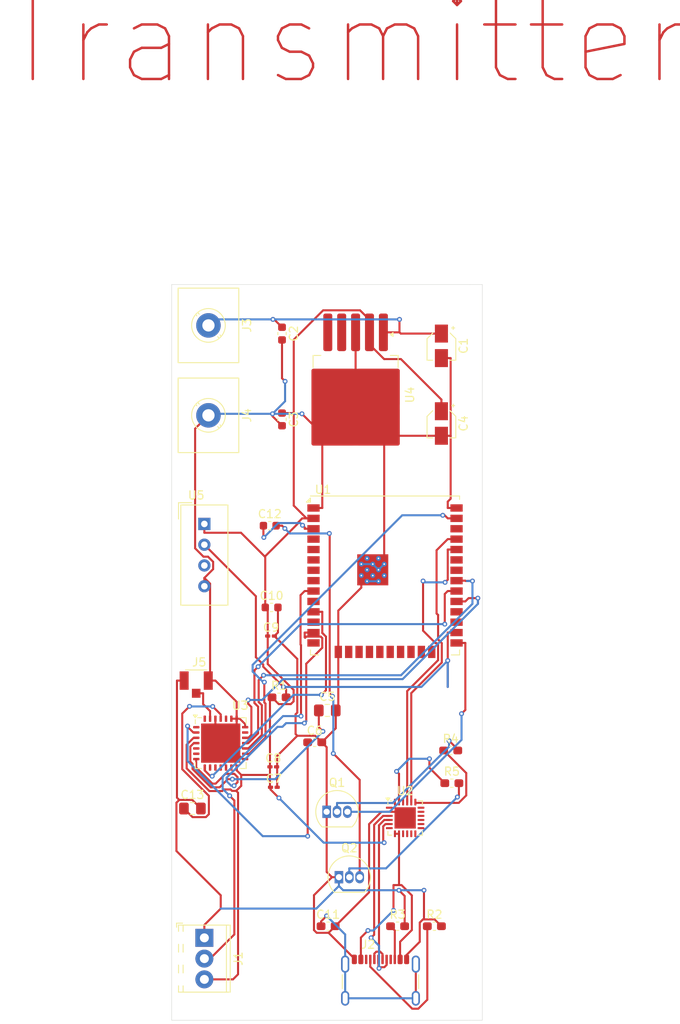
<source format=kicad_pcb>
(kicad_pcb (version 20240108) (generator "pcbnew") (generator_version "8.0")
  (layers (0 "F.Cu" signal) (31 "B.Cu" signal) (34 "B.Paste" user) (35 "F.Paste" user) (36 "B.SilkS" user "B.Silkscreen") (37 "F.SilkS" user "F.Silkscreen") (38 "B.Mask" user) (39 "F.Mask" user) (44 "Edge.Cuts" user))
  (net 0 "")
  (net 1 "GND")
  (net 2 "+12V")
  (net 3 "Net-(J1-Pin_3)")
  (net 4 "Net-(U3-VR_DIG)")
  (net 5 "Net-(U3-VR_ANA)")
  (net 6 "Net-(J2-SHIELD)")
  (net 7 "Net-(U1-EN)")
  (net 8 "Net-(Q2-C)")
  (net 9 "Net-(U3-VR_PA)")
  (net 10 "Net-(J1-Pin_2)")
  (net 11 "Net-(U2-VBUS)")
  (net 14 "Net-(U2-D+)")
  (net 15 "Net-(U2-D-)")
  (net 16 "Net-(J2-CC1)")
  (net 17 "Net-(J2-CC2)")
  (net 18 "Net-(Q1-C)")
  (net 19 "Net-(Q1-B)")
  (net 20 "Net-(Q2-B)")
  (net 21 "Net-(U1-IO4)")
  (net 22 "Net-(U2-~{RTS})")
  (net 23 "Net-(U2-~{DTR})")
  (net 26 "Net-(U1-IO26)")
  (net 28 "Net-(U1-TXD0{slash}IO1)")
  (net 32 "Net-(U1-IO18)")
  (net 34 "Net-(U1-IO14)")
  (net 36 "Net-(U1-IO5)")
  (net 38 "Net-(U1-RXD0{slash}IO3)")
  (net 47 "Net-(U1-IO19)")
  (net 51 "Net-(U1-IO23)")
  (net 82 "Net-(J5-SIG)")
  (footprint "TerminalBlock_Phoenix:TerminalBlock_Phoenix_MPT-0,5-3-2.54_1x03_P2.54mm_Horizontal" (layer "F.Cu") (at 138 130.826 -90)
    (property "Reference" "J1")
    (property "Value" "Screw_Terminal_01x03" (hide yes))
  )
  (footprint "TerminalBlock_MetzConnect:TerminalBlock_MetzConnect_360271_1x01_Horizontal_ScrewM3.0_Boxed" (layer "F.Cu") (at 138.5 55.906 -90)
    (property "Reference" "J3")
    (property "Value" "Screw_Terminal_01x01" (hide yes))
  )
  (footprint "Package_DFN_QFN:QFN-28-1EP_6x6mm_P0.65mm_EP4.8x4.8mm" (layer "F.Cu") (at 140 107.006)
    (property "Reference" "U3")
    (property "Value" "SX1278")
  )
  (footprint "Capacitor_SMD:C_0603_1608Metric" (layer "F.Cu") (at 146 80.406)
    (property "Reference" "C12")
    (property "Value" "0.1uF" (hide yes))
  )
  (footprint "Capacitor_SMD:C_0603_1608Metric_Pad1.08x0.95mm_HandSolder" (layer "F.Cu") (at 151.5 106.906)
    (property "Reference" "C6")
    (property "Value" "1uF" (hide yes))
  )
  (footprint "TerminalBlock_MetzConnect:TerminalBlock_MetzConnect_360271_1x01_Horizontal_ScrewM3.0_Boxed" (layer "F.Cu") (at 138.5 66.906 -90)
    (property "Reference" "J4")
    (property "Value" "Screw_Terminal_01x01" (hide yes))
  )
  (footprint "Capacitor_SMD:C_0603_1608Metric" (layer "F.Cu") (at 146.225 90.406)
    (property "Reference" "C10")
    (property "Value" "0.1uF" (hide yes))
  )
  (footprint "Capacitor_SMD:C_0603_1608Metric" (layer "F.Cu") (at 147.5 56.906 -90)
    (property "Reference" "C2")
    (property "Value" "0.1uF" (hide yes))
  )
  (footprint "Capacitor_SMD:CP_Elec_3x5.3" (layer "F.Cu") (at 167 67.906 -90)
    (property "Reference" "C4")
    (property "Value" "100uF" (hide yes))
  )
  (footprint "Sensor:Aosong_DHT11_5.5x12.0_P2.54mm" (layer "F.Cu") (at 138 80.1935)
    (property "Reference" "U5")
    (property "Value" "DHT11" (hide yes))
  )
  (footprint "Capacitor_SMD:C_0603_1608Metric_Pad1.08x0.95mm_HandSolder" (layer "F.Cu") (at 153.1375 129.406)
    (property "Reference" "C11")
    (property "Value" "10nF" (hide yes))
  )
  (footprint "Capacitor_SMD:CP_Elec_3x5.3" (layer "F.Cu") (at 167 58.406 -90)
    (property "Reference" "C1")
    (property "Value" "100uF" (hide yes))
  )
  (footprint "Capacitor_SMD:C_0603_1608Metric_Pad1.08x0.95mm_HandSolder" (layer "F.Cu") (at 168.275 111.906)
    (property "Reference" "R5")
    (property "Value" "10kR" (hide yes))
  )
  (footprint "Capacitor_SMD:C_0805_2012Metric_Pad1.18x1.45mm_HandSolder" (layer "F.Cu") (at 153.0375 103.006)
    (property "Reference" "C5")
    (property "Value" "1uF" (hide yes))
  )
  (footprint "Capacitor_SMD:C_0805_2012Metric_Pad1.18x1.45mm_HandSolder" (layer "F.Cu") (at 136.5375 115.006)
    (property "Reference" "C13")
    (property "Value" "1uF")
  )
  (footprint "Package_TO_SOT_SMD:TO-263-5_TabPin3" (layer "F.Cu") (at 156.5 64.406 -90)
    (property "Reference" "U4")
    (property "Value" "LM2596S-3.3" (hide yes))
  )
  (footprint "Capacitor_SMD:C_0201_0603Metric_Pad0.64x0.40mm_HandSolder" (layer "F.Cu") (at 146.1575 93.906)
    (property "Reference" "C9")
    (property "Value" "10uF" (hide yes))
  )
  (footprint "Connector_USB:USB_C_Receptacle_GCT_USB4105-xx-A_16P_TopMnt_Horizontal" (layer "F.Cu") (at 159.5454 137.1448)
    (property "Reference" "J2")
    (property "Value" "USB_C_Receptacle_USB2.0_16P" (hide yes))
  )
  (footprint "Capacitor_SMD:C_0201_0603Metric_Pad0.64x0.40mm_HandSolder" (layer "F.Cu") (at 146.5 112.406)
    (property "Reference" "C7")
    (property "Value" "10uF" (hide yes))
  )
  (footprint "Capacitor_SMD:C_0603_1608Metric_Pad1.08x0.95mm_HandSolder" (layer "F.Cu") (at 161.6375 129.406)
    (property "Reference" "R3")
    (property "Value" "5.21kR" (hide yes))
  )
  (footprint "Capacitor_SMD:C_0201_0603Metric_Pad0.64x0.40mm_HandSolder" (layer "F.Cu") (at 146.4325 109.906)
    (property "Reference" "C8")
    (property "Value" "10uF" (hide yes))
  )
  (footprint "Capacitor_SMD:C_0603_1608Metric_Pad1.08x0.95mm_HandSolder" (layer "F.Cu") (at 168.1375 107.906)
    (property "Reference" "R4")
    (property "Value" "10kR" (hide yes))
  )
  (footprint "Package_DFN_QFN:QFN-24-1EP_4x4mm_P0.5mm_EP2.6x2.6mm" (layer "F.Cu") (at 162.5625 116.156)
    (property "Reference" "U2")
    (property "Value" "CP2102N-Axx-xQFN24" (hide yes))
  )
  (footprint "Package_TO_SOT_THT:TO-92_Inline" (layer "F.Cu") (at 152.96 115.406)
    (property "Reference" "Q1")
    (property "Value" "S8050" (hide yes))
  )
  (footprint "UFL CONNECTOR:HRS_U.FL-R-SMT_01_" (layer "F.Cu") (at 137 99.356)
    (property "Reference" "J5")
    (property "Value" "U.FL-R-SMT_01_" (hide yes))
  )
  (footprint "RF_Module:ESP32-WROOM-32U" (layer "F.Cu") (at 160.1 86.496)
    (property "Reference" "U1")
    (property "Value" "ESP32-WROOM-32U" (hide yes))
  )
  (footprint "Capacitor_SMD:C_0603_1608Metric_Pad1.08x0.95mm_HandSolder" (layer "F.Cu") (at 166.1375 129.406)
    (property "Reference" "R2")
    (property "Value" "5.21kR" (hide yes))
  )
  (footprint "Capacitor_SMD:C_0603_1608Metric_Pad1.08x0.95mm_HandSolder" (layer "F.Cu") (at 147.1375 101.406)
    (property "Reference" "R1")
    (property "Value" "10kR" (hide yes))
  )
  (footprint "Package_TO_SOT_THT:TO-92_Inline" (layer "F.Cu") (at 154.46 123.406)
    (property "Reference" "Q2")
    (property "Value" "S8050" (hide yes))
  )
  (footprint "Capacitor_SMD:C_0603_1608Metric" (layer "F.Cu") (at 147.5 67.406 -90)
    (property "Reference" "C3")
    (property "Value" "0.1uF" (hide yes))
  )
  (gr_line (start 172 50.906) (end 170.5 50.906) (stroke (width 0.05)) (layer "Edge.Cuts"))
  (gr_line (start 134 140.906) (end 169 140.906) (stroke (width 0.05)) (layer "Edge.Cuts"))
  (gr_line (start 134 50.906) (end 134 140.906) (stroke (width 0.05)) (layer "Edge.Cuts"))
  (gr_line (start 170.5 50.906) (end 134 50.906) (stroke (width 0.05)) (layer "Edge.Cuts"))
  (gr_line (start 170.5 140.906) (end 172 140.906) (stroke (width 0.05)) (layer "Edge.Cuts"))
  (gr_line (start 172 140.906) (end 172 50.906) (stroke (width 0.05)) (layer "Edge.Cuts"))
  (gr_line (start 169 140.906) (end 170.5 140.906) (stroke (width 0.05)) (layer "Edge.Cuts"))
  (gr_text "Transmitter" (at 113 27 0) (layer "F.Cu") (effects (font (size 10 10) (thickness 0.3) (bold yes)) (justify left bottom)))
  (segment (start 138 129.246) (end 140 127.246) (width 0.25) (layer "F.Cu") (net 1))
  (segment (start 138 86.7962) (end 138.0001 86.7962) (width 0.25) (layer "F.Cu") (net 1))
  (segment (start 158.6 85.106) (end 158.6 85.806) (width 0.25) (layer "F.Cu") (net 1))
  (segment (start 157.2 84.406) (end 157.2 85.106) (width 0.25) (layer "F.Cu") (net 1))
  (segment (start 162.7454 133.4648) (end 162.7454 132.9129) (width 0.25) (layer "F.Cu") (net 1))
  (segment (start 164.8649 128.57) (end 164.8649 125.0026) (width 0.25) (layer "F.Cu") (net 1))
  (segment (start 160.625 115.406) (end 159.6549 115.406) (width 0.25) (layer "F.Cu") (net 1))
  (segment (start 162.5 125.7012) (end 162.5 129.406) (width 0.25) (layer "F.Cu") (net 1))
  (segment (start 158.6 84.406) (end 158.6 85.106) (width 0.25) (layer "F.Cu") (net 1))
  (segment (start 164.3473 128.9581) (end 164.7354 128.57) (width 0.25) (layer "F.Cu") (net 1))
  (segment (start 154.075 105.1935) (end 154.075 103.006) (width 0.25) (layer "F.Cu") (net 1))
  (segment (start 167.7733 77.4643) (end 167.7733 78.241) (width 0.25) (layer "F.Cu") (net 1))
  (segment (start 138 130.826) (end 138 129.246) (width 0.25) (layer "F.Cu") (net 1))
  (segment (start 152.4267 78.241) (end 152.4267 69.2103) (width 0.25) (layer "F.Cu") (net 1))
  (segment (start 159.275 68.331) (end 160 69.056) (width 0.25) (layer "F.Cu") (net 1))
  (segment (start 139.35 104.0185) (end 139.35 106.031) (width 0.25) (layer "F.Cu") (net 1))
  (segment (start 141.95 104.0185) (end 141.95 101.9543) (width 0.25) (layer "F.Cu") (net 1))
  (segment (start 142.6814 108.956) (end 141.95 108.2246) (width 0.25) (layer "F.Cu") (net 1))
  (segment (start 161.8014 125.0026) (end 162.5 125.7012) (width 0.25) (layer "F.Cu") (net 1))
  (segment (start 136.5223 113.9533) (end 134.9233 113.9533) (width 0.25) (layer "F.Cu") (net 1))
  (segment (start 138.7 99.356) (end 138.7 87.4961) (width 0.25) (layer "F.Cu") (net 1))
  (segment (start 160 69.406) (end 160 84.406) (width 0.25) (layer "F.Cu") (net 1))
  (segment (start 138.475 99.356) (end 138.7 99.356) (width 0.25) (layer "F.Cu") (net 1))
  (segment (start 134.5848 120.2041) (end 140 125.6193) (width 0.25) (layer "F.Cu") (net 1))
  (segment (start 164.7354 128.57) (end 164.8649 128.57) (width 0.25) (layer "F.Cu") (net 1))
  (segment (start 146.84 109.906) (end 146.9075 109.906) (width 0.25) (layer "F.Cu") (net 1))
  (segment (start 149.3716 106.1034) (end 146.9075 108.5675) (width 0.25) (layer "F.Cu") (net 1))
  (segment (start 152.96 115.406) (end 152.96 122.7577) (width 0.25) (layer "F.Cu") (net 1))
  (segment (start 141.95 106.681) (end 141.95 104.0185) (width 0.25) (layer "F.Cu") (net 1))
  (segment (start 149.1585 103.4771) (end 149.1585 105.8903) (width 0.25) (layer "F.Cu") (net 1))
  (segment (start 135.525 99.356) (end 134.6483 99.356) (width 0.25) (layer "F.Cu") (net 1))
  (segment (start 164.3473 131.311) (end 164.3473 128.9581) (width 0.25) (layer "F.Cu") (net 1))
  (segment (start 166.164 128.57) (end 167 129.406) (width 0.25) (layer "F.Cu") (net 1))
  (segment (start 152.3625 106.906) (end 154.075 105.1935) (width 0.25) (layer "F.Cu") (net 1))
  (segment (start 157.9 87.206) (end 157.9 85.806) (width 0.25) (layer "F.Cu") (net 1))
  (segment (start 159.3 84.406) (end 159.3 85.806) (width 0.25) (layer "F.Cu") (net 1))
  (segment (start 168.1252 69.406) (end 168.1267 69.406) (width 0.25) (layer "F.Cu") (net 1))
  (segment (start 168.1267 69.406) (end 168.1267 77.1109) (width 0.25) (layer "F.Cu") (net 1))
  (segment (start 152.8457 69.2103) (end 153.725 68.331) (width 0.25) (layer "F.Cu") (net 1))
  (segment (start 147.5 62.376) (end 147.8745 62.7505) (width 0.25) (layer "F.Cu") (net 1))
  (segment (start 157.2 85.806) (end 157.2 85.106) (width 0.25) (layer "F.Cu") (net 1))
  (segment (start 162.5625 116.156) (end 161.8125 115.406) (width 0.25) (layer "F.Cu") (net 1))
  (segment (start 160 86.506) (end 160 87.206) (width 0.25) (layer "F.Cu") (net 1))
  (segment (start 157.2 86.506) (end 157.2 85.806) (width 0.25) (layer "F.Cu") (net 1))
  (segment (start 134.9233 113.9533) (end 134.5848 114.2918) (width 0.25) (layer "F.Cu") (net 1))
  (segment (start 140 106.681) (end 140 107.006) (width 0.25) (layer "F.Cu") (net 1))
  (segment (start 138.4461 84.1968) (end 137.8927 84.1968) (width 0.25) (layer "F.Cu") (net 1))
  (segment (start 153.6083 123.406) (end 151.4099 125.6044) (width 0.25) (layer "F.Cu") (net 1))
  (segment (start 156.5 56.756) (end 156.5 63.481) (width 0.25) (layer "F.Cu") (net 1))
  (segment (start 134.6483 113.6783) (end 134.9233 113.9533) (width 0.25) (layer "F.Cu") (net 1))
  (segment (start 140 127.246) (end 140 125.6193) (width 0.25) (layer "F.Cu") (net 1))
  (segment (start 157.2 87.206) (end 157.2 86.506) (width 0.25) (layer "F.Cu") (net 1))
  (segment (start 153.725 65.906) (end 153.725 63.481) (width 0.25) (layer "F.Cu") (net 1))
  (segment (start 146.9075 109.906) (end 146.9075 112.406) (width 0.25) (layer "F.Cu") (net 1))
  (segment (start 149.3701 103.2655) (end 149.1585 103.4771) (width 0.25) (layer "F.Cu") (net 1))
  (segment (start 159.3 87.206) (end 159.3 85.806) (width 0.25) (layer "F.Cu") (net 1))
  (segment (start 168.1267 59.906) (end 168.1267 69.4045) (width 0.25) (layer "F.Cu") (net 1))
  (segment (start 167 69.406) (end 160 69.406) (width 0.25) (layer "F.Cu") (net 1))
  (segment (start 152.96 107.5035) (end 152.96 115.406) (width 0.25) (layer "F.Cu") (net 1))
  (segment (start 159.6549 115.406) (end 158.154 116.9069) (width 0.25) (layer "F.Cu") (net 1))
  (segment (start 139.0767 84.8274) (end 138.4461 84.1968) (width 0.25) (layer "F.Cu") (net 1))
  (segment (start 151.35 78.241) (end 152.4267 78.241) (width 0.25) (layer "F.Cu") (net 1))
  (segment (start 168.1267 77.1109) (end 167.7733 77.4643) (width 0.25) (layer "F.Cu") (net 1))
  (segment (start 138.7 87.4961) (end 138.0001 86.7962) (width 0.25) (layer "F.Cu") (net 1))
  (segment (start 161.8125 115.406) (end 160.625 115.406) (width 0.25) (layer "F.Cu") (net 1))
  (segment (start 160 84.406) (end 159.3 84.406) (width 0.25) (layer "F.Cu") (net 1))
  (segment (start 168.85 78.241) (end 167.7733 78.241) (width 0.25) (layer "F.Cu") (net 1))
  (segment (start 154.385 95.846) (end 154.385 102.696) (width 0.25) (layer "F.Cu") (net 1))
  (segment (start 134.5848 114.2918) (end 134.5848 120.2041) (width 0.25) (layer "F.Cu") (net 1))
  (segment (start 152.4267 69.2103) (end 152.8457 69.2103) (width 0.25) (layer "F.Cu") (net 1))
  (segment (start 158.154 116.9069) (end 158.154 125.252) (width 0.25) (layer "F.Cu") (net 1))
  (segment (start 136.8698 83.1739) (end 136.8698 68.5362) (width 0.25) (layer "F.Cu") (net 1))
  (segment (start 164.8649 128.57) (end 166.164 128.57) (width 0.25) (layer "F.Cu") (net 1))
  (segment (start 147.5 57.681) (end 147.5 62.376) (width 0.25) (layer "F.Cu") (net 1))
  (segment (start 153.725 65.906) (end 156.5 65.906) (width 0.25) (layer "F.Cu") (net 1))
  (segment (start 147 90.406) (end 147 93.471) (width 0.25) (layer "F.Cu") (net 1))
  (segment (start 137.8927 84.1968) (end 136.8698 83.1739) (width 0.25) (layer "F.Cu") (net 1))
  (segment (start 137.575 115.006) (end 136.5223 113.9533) (width 0.25) (layer "F.Cu") (net 1))
  (segment (start 154.385 95.846) (end 154.385 90.7977) (width 0.25) (layer "F.Cu") (net 1))
  (segment (start 167.5626 69.406) (end 168.1252 69.406) (width 0.25) (layer "F.Cu") (net 1))
  (segment (start 146.9075 108.5675) (end 146.9075 109.906) (width 0.25) (layer "F.Cu") (net 1))
  (segment (start 157.2 87.206) (end 157.2 87.9827) (width 0.25) (layer "F.Cu") (net 1))
  (segment (start 160 85.806) (end 160 85.106) (width 0.25) (layer "F.Cu") (net 1))
  (segment (start 149.3701 96.7111) (end 149.3701 103.2655) (width 0.25) (layer "F.Cu") (net 1))
  (segment (start 142.3274 104.0185) (end 142.9875 104.6786) (width 0.25) (layer "F.Cu") (net 1))
  (segment (start 142.9875 108.956) (end 142.6814 108.956) (width 0.25) (layer "F.Cu") (net 1))
  (segment (start 139.35 106.031) (end 140 106.681) (width 0.25) (layer "F.Cu") (net 1))
  (segment (start 156.5 63.481) (end 159.275 63.481) (width 0.25) (layer "F.Cu") (net 1))
  (segment (start 154.46 123.406) (end 153.6083 123.406) (width 0.25) (layer "F.Cu") (net 1))
  (segment (start 141.95 101.9543) (end 139.3517 99.356) (width 0.25) (layer "F.Cu") (net 1))
  (segment (start 167 59.906) (end 168.1267 59.906) (width 0.25) (layer "F.Cu") (net 1))
  (segment (start 151.7408 130.2086) (end 153.1974 130.2086) (width 0.25) (layer "F.Cu") (net 1))
  (segment (start 141.95 104.0185) (end 142.3274 104.0185) (width 0.25) (layer "F.Cu") (net 1))
  (segment (start 153.1974 130.2086) (end 156.3454 133.3566) (width 0.25) (layer "F.Cu") (net 1))
  (segment (start 136.8698 68.5362) (end 138.5 66.906) (width 0.25) (layer "F.Cu") (net 1))
  (segment (start 141.95 104.0185) (end 141.3 104.0185) (width 0.25) (layer "F.Cu") (net 1))
  (segment (start 157.9 85.806) (end 157.9 84.406) (width 0.25) (layer "F.Cu") (net 1))
  (segment (start 140 106.681) (end 141.95 106.681) (width 0.25) (layer "F.Cu") (net 1))
  (segment (start 167.5626 69.406) (end 167 69.406) (width 0.25) (layer "F.Cu") (net 1))
  (segment (start 158.6 87.206) (end 158.6 86.506) (width 0.25) (layer "F.Cu") (net 1))
  (segment (start 168.1267 69.4045) (end 168.1252 69.406) (width 0.25) (layer "F.Cu") (net 1))
  (segment (start 138.7 99.356) (end 139.3517 99.356) (width 0.25) (layer "F.Cu") (net 1))
  (segment (start 154.385 90.7977) (end 157.2 87.9827) (width 0.25) (layer "F.Cu") (net 1))
  (segment (start 152.3625 106.906) (end 152.96 107.5035) (width 0.25) (layer "F.Cu") (net 1))
  (segment (start 160 69.056) (end 160 69.406) (width 0.25) (layer "F.Cu") (net 1))
  (segment (start 152.3625 106.906) (end 151.5599 106.1034) (width 0.25) (layer "F.Cu") (net 1))
  (segment (start 158.6 85.806) (end 158.6 86.506) (width 0.25) (layer "F.Cu") (net 1))
  (segment (start 134.6483 99.356) (end 134.6483 113.6783) (width 0.25) (layer "F.Cu") (net 1))
  (segment (start 138.0001 86.7962) (end 139.0767 85.7196) (width 0.25) (layer "F.Cu") (net 1))
  (segment (start 139.0767 85.7196) (end 139.0767 84.8274) (width 0.25) (layer "F.Cu") (net 1))
  (segment (start 153.1974 130.2086) (end 154 129.406) (width 0.25) (layer "F.Cu") (net 1))
  (segment (start 153.725 68.331) (end 153.725 65.906) (width 0.25) (layer "F.Cu") (net 1))
  (segment (start 151.4099 125.6044) (end 151.4099 129.8777) (width 0.25) (layer "F.Cu") (net 1))
  (segment (start 151.4099 129.8777) (end 151.7408 130.2086) (width 0.25) (layer "F.Cu") (net 1))
  (segment (start 141.95 108.2246) (end 141.95 106.681) (width 0.25) (layer "F.Cu") (net 1))
  (segment (start 156.5 63.481) (end 156.5 65.906) (width 0.25) (layer "F.Cu") (net 1))
  (segment (start 146.565 93.906) (end 149.3701 96.7111) (width 0.25) (layer "F.Cu") (net 1))
  (segment (start 147.5 68.181) (end 146.3391 67.0201) (width 0.25) (layer "F.Cu") (net 1))
  (segment (start 154.385 102.696) (end 154.075 103.006) (width 0.25) (layer "F.Cu") (net 1))
  (segment (start 149.9354 66.719) (end 152.4267 69.2103) (width 0.25) (layer "F.Cu") (net 1))
  (segment (start 158.154 125.252) (end 154 129.406) (width 0.25) (layer "F.Cu") (net 1))
  (segment (start 146.3391 67.0201) (end 146.3391 66.719) (width 0.25) (layer "F.Cu") (net 1))
  (segment (start 142.9875 104.6786) (end 142.9875 105.056) (width 0.25) (layer "F.Cu") (net 1))
  (segment (start 151.5599 106.1034) (end 149.3716 106.1034) (width 0.25) (layer "F.Cu") (net 1))
  (segment (start 159.275 68.331) (end 159.275 63.481) (width 0.25) (layer "F.Cu") (net 1))
  (segment (start 138 87.8135) (end 138 86.7962) (width 0.25) (layer "F.Cu") (net 1))
  (segment (start 149.1585 105.8903) (end 149.3716 106.1034) (width 0.25) (layer "F.Cu") (net 1))
  (segment (start 160 85.806) (end 160 86.506) (width 0.25) (layer "F.Cu") (net 1))
  (segment (start 147 93.471) (end 146.565 93.906) (width 0.25) (layer "F.Cu") (net 1))
  (segment (start 156.3454 133.3566) (end 156.3454 133.4648) (width 0.25) (layer "F.Cu") (net 1))
  (segment (start 162.7454 132.9129) (end 164.3473 131.311) (width 0.25) (layer "F.Cu") (net 1))
  (segment (start 152.96 122.7577) (end 153.6083 123.406) (width 0.25) (layer "F.Cu") (net 1))
  (via (at 164.8649 125.0026) (size 0.6) (drill 0.3) (layers "F.Cu" "B.Cu") (net 1))
  (via (at 147.8745 62.7505) (size 0.6) (drill 0.3) (layers "F.Cu" "B.Cu") (net 1))
  (via (at 149.9354 66.719) (size 0.6) (drill 0.3) (layers "F.Cu" "B.Cu") (net 1))
  (via (at 146.3391 66.719) (size 0.6) (drill 0.3) (layers "F.Cu" "B.Cu") (net 1))
  (via (at 161.8014 125.0026) (size 0.6) (drill 0.3) (layers "F.Cu" "B.Cu") (net 1))
  (segment (start 159.3 87.206) (end 157.9 87.206) (width 0.25) (layer "B.Cu") (net 1))
  (segment (start 146.3391 66.719) (end 138.687 66.719) (width 0.25) (layer "B.Cu") (net 1))
  (segment (start 164.8649 125.0026) (end 161.8014 125.0026) (width 0.25) (layer "B.Cu") (net 1))
  (segment (start 154.46 124.4827) (end 154.9799 125.0026) (width 0.25) (layer "B.Cu") (net 1))
  (segment (start 154.9799 125.0026) (end 161.8014 125.0026) (width 0.25) (layer "B.Cu") (net 1))
  (segment (start 147.8745 65.1836) (end 146.3391 66.719) (width 0.25) (layer "B.Cu") (net 1))
  (segment (start 138.687 66.719) (end 138.5 66.906) (width 0.25) (layer "B.Cu") (net 1))
  (segment (start 159.3 85.806) (end 160 85.106) (width 0.25) (layer "B.Cu") (net 1))
  (segment (start 146.3391 66.719) (end 149.9354 66.719) (width 0.25) (layer "B.Cu") (net 1))
  (segment (start 140 127.246) (end 151.6967 127.246) (width 0.25) (layer "B.Cu") (net 1))
  (segment (start 147.8745 62.7505) (end 147.8745 65.1836) (width 0.25) (layer "B.Cu") (net 1))
  (segment (start 154.46 123.406) (end 154.46 124.4827) (width 0.25) (layer "B.Cu") (net 1))
  (segment (start 157.2 85.106) (end 158.6 85.106) (width 0.25) (layer "B.Cu") (net 1))
  (segment (start 151.6967 127.246) (end 154.46 124.4827) (width 0.25) (layer "B.Cu") (net 1))
  (segment (start 158.6 85.106) (end 159.3 85.806) (width 0.25) (layer "B.Cu") (net 1))
  (segment (start 146.5388 55.1698) (end 146.3887 55.1698) (width 0.25) (layer "F.Cu") (net 2))
  (segment (start 147.5 56.131) (end 146.5388 55.1698) (width 0.25) (layer "F.Cu") (net 2))
  (segment (start 167 56.906) (end 162.018 56.906) (width 0.25) (layer "F.Cu") (net 2))
  (segment (start 162.018 56.906) (end 161.868 56.756) (width 0.25) (layer "F.Cu") (net 2))
  (segment (start 161.868 56.756) (end 159.9 56.756) (width 0.25) (layer "F.Cu") (net 2))
  (segment (start 161.868 56.756) (end 161.868 55.1698) (width 0.25) (layer "F.Cu") (net 2))
  (via (at 161.868 55.1698) (size 0.6) (drill 0.3) (layers "F.Cu" "B.Cu") (net 2))
  (via (at 146.3887 55.1698) (size 0.6) (drill 0.3) (layers "F.Cu" "B.Cu") (net 2))
  (segment (start 139.2362 55.1698) (end 138.5 55.906) (width 0.25) (layer "B.Cu") (net 2))
  (segment (start 146.3887 55.1698) (end 139.2362 55.1698) (width 0.25) (layer "B.Cu") (net 2))
  (segment (start 161.868 55.1698) (end 146.3887 55.1698) (width 0.25) (layer "B.Cu") (net 2))
  (segment (start 147.1233 113.7125) (end 146.0925 112.6817) (width 0.25) (layer "F.Cu") (net 3))
  (segment (start 149.3842 80.2011) (end 145.3973 84.188) (width 0.25) (layer "F.Cu") (net 3))
  (segment (start 140.3838 112.6744) (end 141.2034 112.6744) (width 0.25) (layer "F.Cu") (net 3))
  (segment (start 157.0468 54.0608) (end 158.2 55.214) (width 0.25) (layer "F.Cu") (net 3))
  (segment (start 147.1016 102.2326) (end 148.5796 102.2326) (width 0.25) (layer "F.Cu") (net 3))
  (segment (start 146.025 110.8972) (end 146.025 109.906) (width 0.25) (layer "F.Cu") (net 3))
  (segment (start 135.8335 110.0907) (end 138.6096 112.8668) (width 0.25) (layer "F.Cu") (net 3))
  (segment (start 145.45 90.406) (end 145.75 90.706) (width 0.25) (layer "F.Cu") (net 3))
  (segment (start 149.3842 80.0957) (end 149.3842 80.2011) (width 0.25) (layer "F.Cu") (net 3))
  (segment (start 146.025 101.656) (end 146.025 109.906) (width 0.25) (layer "F.Cu") (net 3))
  (segment (start 145.45 84.2407) (end 145.45 90.406) (width 0.25) (layer "F.Cu") (net 3))
  (segment (start 159.9893 60.0273) (end 158.2 58.238) (width 0.25) (layer "F.Cu") (net 3))
  (segment (start 137.0125 106.356) (end 136.6795 106.356) (width 0.25) (layer "F.Cu") (net 3))
  (segment (start 162.048 60.0273) (end 159.9893 60.0273) (width 0.25) (layer "F.Cu") (net 3))
  (segment (start 138 80.1935) (end 138 81.2702) (width 0.25) (layer "F.Cu") (net 3))
  (segment (start 159.8831 117.1845) (end 159.8831 119.076) (width 0.25) (layer "F.Cu") (net 3))
  (segment (start 141.2034 112.6744) (end 141.3735 112.8445) (width 0.25) (layer "F.Cu") (net 3))
  (segment (start 158.2 58.238) (end 158.2 56.756) (width 0.25) (layer "F.Cu") (net 3))
  (segment (start 149.9689 79.511) (end 149.3842 80.0957) (width 0.25) (layer "F.Cu") (net 3))
  (segment (start 142.5099 110.8972) (end 141.95 110.3373) (width 0.25) (layer "F.Cu") (net 3))
  (segment (start 160.1616 116.906) (end 159.8831 117.1845) (width 0.25) (layer "F.Cu") (net 3))
  (segment (start 159.8831 119.076) (end 159.9903 119.1832) (width 0.25) (layer "F.Cu") (net 3))
  (segment (start 142.1213 113.0732) (end 141.8926 112.8445) (width 0.25) (layer "F.Cu") (net 3))
  (segment (start 158.2 55.214) (end 158.2 56.756) (width 0.25) (layer "F.Cu") (net 3))
  (segment (start 148.5796 102.2326) (end 148.9169 101.8953) (width 0.25) (layer "F.Cu") (net 3))
  (segment (start 146.0925 112.6817) (end 146.0925 112.406) (width 0.25) (layer "F.Cu") (net 3))
  (segment (start 138.6096 112.8668) (end 140.1914 112.8668) (width 0.25) (layer "F.Cu") (net 3))
  (segment (start 167 64.9793) (end 162.048 60.0273) (width 0.25) (layer "F.Cu") (net 3))
  (segment (start 151.35 79.511) (end 150.4983 79.511) (width 0.25) (layer "F.Cu") (net 3))
  (segment (start 145.75 97.3237) (end 145.75 93.906) (width 0.25) (layer "F.Cu") (net 3))
  (segment (start 136.6795 106.356) (end 135.8335 107.202) (width 0.25) (layer "F.Cu") (net 3))
  (segment (start 141.95 110.3373) (end 141.95 109.9935) (width 0.25) (layer "F.Cu") (net 3))
  (segment (start 146.025 112.3385) (end 146.025 110.8972) (width 0.25) (layer "F.Cu") (net 3))
  (segment (start 148.9333 57.6584) (end 152.5309 54.0608) (width 0.25) (layer "F.Cu") (net 3))
  (segment (start 148.9333 66.631) (end 148.9333 57.6584) (width 0.25) (layer "F.Cu") (net 3))
  (segment (start 141.5 135.906) (end 142.1213 135.2847) (width 0.25) (layer "F.Cu") (net 3))
  (segment (start 138 135.906) (end 141.5 135.906) (width 0.25) (layer "F.Cu") (net 3))
  (segment (start 142.4795 81.2702) (end 145.3973 84.188) (width 0.25) (layer "F.Cu") (net 3))
  (segment (start 146.275 101.406) (end 147.1016 102.2326) (width 0.25) (layer "F.Cu") (net 3))
  (segment (start 142.5099 112.2272) (end 142.5099 110.8972) (width 0.25) (layer "F.Cu") (net 3))
  (segment (start 145.75 90.706) (end 145.75 93.906) (width 0.25) (layer "F.Cu") (net 3))
  (segment (start 167 66.406) (end 167 64.9793) (width 0.25) (layer "F.Cu") (net 3))
  (segment (start 138 81.2702) (end 142.4795 81.2702) (width 0.25) (layer "F.Cu") (net 3))
  (segment (start 141.3735 112.8445) (end 141.8926 112.8445) (width 0.25) (layer "F.Cu") (net 3))
  (segment (start 146.0925 112.406) (end 146.025 112.3385) (width 0.25) (layer "F.Cu") (net 3))
  (segment (start 148.9169 101.8953) (end 148.9169 100.4906) (width 0.25) (layer "F.Cu") (net 3))
  (segment (start 148.9333 77.946) (end 150.4983 79.511) (width 0.25) (layer "F.Cu") (net 3))
  (segment (start 146.275 101.406) (end 146.025 101.656) (width 0.25) (layer "F.Cu") (net 3))
  (segment (start 148.9333 66.631) (end 148.9333 77.946) (width 0.25) (layer "F.Cu") (net 3))
  (segment (start 145.3973 84.188) (end 145.45 84.2407) (width 0.25) (layer "F.Cu") (net 3))
  (segment (start 148.9169 100.4906) (end 145.75 97.3237) (width 0.25) (layer "F.Cu") (net 3))
  (segment (start 140.1914 112.8668) (end 140.3838 112.6744) (width 0.25) (layer "F.Cu") (net 3))
  (segment (start 152.5309 54.0608) (end 157.0468 54.0608) (width 0.25) (layer "F.Cu") (net 3))
  (segment (start 146.025 110.8972) (end 142.5099 110.8972) (width 0.25) (layer "F.Cu") (net 3))
  (segment (start 150.4983 79.511) (end 149.9689 79.511) (width 0.25) (layer "F.Cu") (net 3))
  (segment (start 142.1213 135.2847) (end 142.1213 113.0732) (width 0.25) (layer "F.Cu") (net 3))
  (segment (start 135.8335 107.202) (end 135.8335 110.0907) (width 0.25) (layer "F.Cu") (net 3))
  (segment (start 147.5 66.631) (end 148.9333 66.631) (width 0.25) (layer "F.Cu") (net 3))
  (segment (start 141.8926 112.8445) (end 142.5099 112.2272) (width 0.25) (layer "F.Cu") (net 3))
  (segment (start 160.625 116.906) (end 160.1616 116.906) (width 0.25) (layer "F.Cu") (net 3))
  (via (at 147.1233 113.7125) (size 0.6) (drill 0.3) (layers "F.Cu" "B.Cu") (net 3))
  (via (at 159.9903 119.1832) (size 0.6) (drill 0.3) (layers "F.Cu" "B.Cu") (net 3))
  (segment (start 159.9903 119.1832) (end 152.594 119.1832) (width 0.25) (layer "B.Cu") (net 3))
  (segment (start 152.594 119.1832) (end 147.1233 113.7125) (width 0.25) (layer "B.Cu") (net 3))
  (segment (start 138.7967 112.4151) (end 139.8667 112.4151) (width 0.25) (layer "F.Cu") (net 4))
  (segment (start 140.8658 111.416) (end 141.4315 111.416) (width 0.25) (layer "F.Cu") (net 4))
  (segment (start 137.0125 107.006) (end 136.7065 107.006) (width 0.25) (layer "F.Cu") (net 4))
  (segment (start 136.2852 109.2648) (end 136.5534 109.533) (width 0.25) (layer "F.Cu") (net 4))
  (segment (start 136.5534 110.1718) (end 138.7967 112.4151) (width 0.25) (layer "F.Cu") (net 4))
  (segment (start 152 103.006) (end 152 105.0688) (width 0.25) (layer "F.Cu") (net 4))
  (segment (start 136.2852 107.4273) (end 136.2852 109.2648) (width 0.25) (layer "F.Cu") (net 4))
  (segment (start 152 105.0688) (end 152.4994 105.5682) (width 0.25) (layer "F.Cu") (net 4))
  (segment (start 136.5534 109.533) (end 136.5534 110.1718) (width 0.25) (layer "F.Cu") (net 4))
  (segment (start 136.7065 107.006) (end 136.2852 107.4273) (width 0.25) (layer "F.Cu") (net 4))
  (segment (start 139.8667 112.4151) (end 140.8658 111.416) (width 0.25) (layer "F.Cu") (net 4))
  (via (at 152.4994 105.5682) (size 0.6) (drill 0.3) (layers "F.Cu" "B.Cu") (net 4))
  (via (at 141.4315 111.416) (size 0.6) (drill 0.3) (layers "F.Cu" "B.Cu") (net 4))
  (segment (start 146.6517 111.4159) (end 141.4315 111.4159) (width 0.25) (layer "B.Cu") (net 4))
  (segment (start 141.4315 111.4159) (end 141.4315 111.416) (width 0.25) (layer "B.Cu") (net 4))
  (segment (start 152.4994 105.5682) (end 146.6517 111.4159) (width 0.25) (layer "B.Cu") (net 4))
  (segment (start 137.0125 105.706) (end 136.6484 105.706) (width 0.25) (layer "F.Cu") (net 5))
  (segment (start 136.6484 105.706) (end 135.9484 105.006) (width 0.25) (layer "F.Cu") (net 5))
  (segment (start 150.6375 118.388) (end 150.6375 106.906) (width 0.25) (layer "F.Cu") (net 5))
  (segment (start 135.9484 105.006) (end 135.9484 104.9185) (width 0.25) (layer "F.Cu") (net 5))
  (via (at 135.9484 104.9185) (size 0.6) (drill 0.3) (layers "F.Cu" "B.Cu") (net 5))
  (via (at 150.6375 118.388) (size 0.6) (drill 0.3) (layers "F.Cu" "B.Cu") (net 5))
  (segment (start 145.1443 118.388) (end 150.6375 118.388) (width 0.25) (layer "B.Cu") (net 5))
  (segment (start 135.9484 109.1921) (end 145.1443 118.388) (width 0.25) (layer "B.Cu") (net 5))
  (segment (start 135.9484 104.9185) (end 135.9484 109.1921) (width 0.25) (layer "B.Cu") (net 5))
  (segment (start 152.275 128.8199) (end 152.275 129.406) (width 0.25) (layer "F.Cu") (net 6))
  (segment (start 163.8654 134.0398) (end 163.8654 138.2198) (width 0.25) (layer "F.Cu") (net 6))
  (segment (start 152.9543 128.1406) (end 152.275 128.8199) (width 0.25) (layer "F.Cu") (net 6))
  (via (at 152.9543 128.1406) (size 0.6) (drill 0.3) (layers "F.Cu" "B.Cu") (net 6))
  (segment (start 155.2254 130.4117) (end 152.9543 128.1406) (width 0.25) (layer "B.Cu") (net 6))
  (segment (start 155.2254 134.0398) (end 155.2254 130.4117) (width 0.25) (layer "B.Cu") (net 6))
  (segment (start 155.2254 138.2198) (end 155.2254 134.0398) (width 0.25) (layer "B.Cu") (net 6))
  (segment (start 155.2254 138.2198) (end 163.8654 138.2198) (width 0.25) (layer "B.Cu") (net 6))
  (segment (start 145.2803 81.8469) (end 145.225 81.7916) (width 0.25) (layer "F.Cu") (net 7))
  (segment (start 145.225 81.7916) (end 145.225 80.406) (width 0.25) (layer "F.Cu") (net 7))
  (segment (start 150.2733 80.6176) (end 150.2733 80.781) (width 0.25) (layer "F.Cu") (net 7))
  (segment (start 150.0109 80.3552) (end 150.2733 80.6176) (width 0.25) (layer "F.Cu") (net 7))
  (segment (start 151.35 80.781) (end 150.2733 80.781) (width 0.25) (layer "F.Cu") (net 7))
  (via (at 145.2803 81.8469) (size 0.6) (drill 0.3) (layers "F.Cu" "B.Cu") (net 7))
  (via (at 150.0109 80.3552) (size 0.6) (drill 0.3) (layers "F.Cu" "B.Cu") (net 7))
  (segment (start 147.0428 80.0844) (end 149.7401 80.0844) (width 0.25) (layer "B.Cu") (net 7))
  (segment (start 145.2803 81.8469) (end 147.0428 80.0844) (width 0.25) (layer "B.Cu") (net 7))
  (segment (start 149.7401 80.0844) (end 150.0109 80.3552) (width 0.25) (layer "B.Cu") (net 7))
  (segment (start 157 123.406) (end 157 111.5) (width 0.25) (layer "F.Cu") (net 8))
  (segment (start 153.3301 100.942) (end 153.3301 81.4024) (width 0.25) (layer "F.Cu") (net 8))
  (segment (start 157 111.5) (end 153.7773 108.2773) (width 0.25) (layer "F.Cu") (net 8))
  (segment (start 147.5031 80.406) (end 147.849 80.7519) (width 0.25) (layer "F.Cu") (net 8))
  (segment (start 153.6632 101.2751) (end 153.3301 100.942) (width 0.25) (layer "F.Cu") (net 8))
  (segment (start 146.775 80.406) (end 147.5031 80.406) (width 0.25) (layer "F.Cu") (net 8))
  (segment (start 153.3301 81.4024) (end 153.2848 81.3571) (width 0.25) (layer "F.Cu") (net 8))
  (via (at 153.6632 101.2751) (size 0.6) (drill 0.3) (layers "F.Cu" "B.Cu") (net 8))
  (via (at 153.7773 108.2773) (size 0.6) (drill 0.3) (layers "F.Cu" "B.Cu") (net 8))
  (via (at 147.849 80.7519) (size 0.6) (drill 0.3) (layers "F.Cu" "B.Cu") (net 8))
  (via (at 153.2848 81.3571) (size 0.6) (drill 0.3) (layers "F.Cu" "B.Cu") (net 8))
  (segment (start 153.7773 101.3892) (end 153.6632 101.2751) (width 0.25) (layer "B.Cu") (net 8))
  (segment (start 147.849 80.7519) (end 148.4542 81.3571) (width 0.25) (layer "B.Cu") (net 8))
  (segment (start 153.7773 108.2773) (end 153.7773 101.3892) (width 0.25) (layer "B.Cu") (net 8))
  (segment (start 148.4542 81.3571) (end 153.2848 81.3571) (width 0.25) (layer "B.Cu") (net 8))
  (segment (start 138.19 116.0587) (end 136.5527 116.0587) (width 0.25) (layer "F.Cu") (net 9))
  (segment (start 135.2956 110.1965) (end 138.5504 113.4513) (width 0.25) (layer "F.Cu") (net 9))
  (segment (start 138.5504 113.4513) (end 138.5504 115.6983) (width 0.25) (layer "F.Cu") (net 9))
  (segment (start 136.5527 116.0587) (end 135.5 115.006) (width 0.25) (layer "F.Cu") (net 9))
  (segment (start 140 103.5002) (end 140 104.0185) (width 0.25) (layer "F.Cu") (net 9))
  (segment (start 139.0215 102.5217) (end 140 103.5002) (width 0.25) (layer "F.Cu") (net 9))
  (segment (start 135.2956 103.3962) (end 135.2956 110.1965) (width 0.25) (layer "F.Cu") (net 9))
  (segment (start 138.5504 115.6983) (end 138.19 116.0587) (width 0.25) (layer "F.Cu") (net 9))
  (segment (start 136.1875 102.5043) (end 135.2956 103.3962) (width 0.25) (layer "F.Cu") (net 9))
  (via (at 136.1875 102.5043) (size 0.6) (drill 0.3) (layers "F.Cu" "B.Cu") (net 9))
  (via (at 139.0215 102.5217) (size 0.6) (drill 0.3) (layers "F.Cu" "B.Cu") (net 9))
  (segment (start 136.1875 102.5043) (end 136.2049 102.5217) (width 0.25) (layer "B.Cu") (net 9))
  (segment (start 136.2049 102.5217) (end 139.0215 102.5217) (width 0.25) (layer "B.Cu") (net 9))
  (segment (start 138 133.366) (end 138.7096 133.366) (width 0.25) (layer "F.Cu") (net 10))
  (segment (start 149.8218 95.0028) (end 149.8218 103.7) (width 0.25) (layer "F.Cu") (net 10))
  (segment (start 149.7644 94.9454) (end 149.8218 95.0028) (width 0.25) (layer "F.Cu") (net 10))
  (segment (start 138.7096 133.366) (end 141.6696 130.406) (width 0.25) (layer "F.Cu") (net 10))
  (segment (start 141.6696 130.406) (end 141.6696 114.027) (width 0.25) (layer "F.Cu") (net 10))
  (segment (start 151.35 88.401) (end 150.2733 88.401) (width 0.25) (layer "F.Cu") (net 10))
  (segment (start 141.6696 114.027) (end 141.0954 113.4528) (width 0.25) (layer "F.Cu") (net 10))
  (segment (start 149.7644 88.9099) (end 149.7644 94.9454) (width 0.25) (layer "F.Cu") (net 10))
  (segment (start 150.2733 88.401) (end 149.7644 88.9099) (width 0.25) (layer "F.Cu") (net 10))
  (via (at 141.0954 113.4528) (size 0.6) (drill 0.3) (layers "F.Cu" "B.Cu") (net 10))
  (via (at 149.8218 103.7) (size 0.6) (drill 0.3) (layers "F.Cu" "B.Cu") (net 10))
  (segment (start 140.2366 112.594) (end 140.2366 111.0855) (width 0.25) (layer "B.Cu") (net 10))
  (segment (start 141.0954 113.4528) (end 140.2366 112.594) (width 0.25) (layer "B.Cu") (net 10))
  (segment (start 147.6221 103.7) (end 149.8218 103.7) (width 0.25) (layer "B.Cu") (net 10))
  (segment (start 140.2366 111.0855) (end 147.6221 103.7) (width 0.25) (layer "B.Cu") (net 10))
  (segment (start 161.1359 124.3717) (end 161.1359 127.4689) (width 0.25) (layer "F.Cu") (net 11))
  (segment (start 163.3812 125.6346) (end 162.1183 124.3717) (width 0.25) (layer "F.Cu") (net 11))
  (segment (start 162.1183 124.3717) (end 161.8125 124.3717) (width 0.25) (layer "F.Cu") (net 11))
  (segment (start 157.1454 130.7945) (end 157.1454 133.4648) (width 0.25) (layer "F.Cu") (net 11))
  (segment (start 161.3125 118.0935) (end 161.8125 118.0935) (width 0.25) (layer "F.Cu") (net 11))
  (segment (start 161.8125 118.0935) (end 161.8125 124.3717) (width 0.25) (layer "F.Cu") (net 11))
  (segment (start 158.0111 129.9288) (end 157.1454 130.7945) (width 0.25) (layer "F.Cu") (net 11))
  (segment (start 161.9454 133.4648) (end 161.9454 131.308) (width 0.25) (layer "F.Cu") (net 11))
  (segment (start 161.9454 131.308) (end 163.3812 129.8722) (width 0.25) (layer "F.Cu") (net 11))
  (segment (start 163.3812 129.8722) (end 163.3812 125.6346) (width 0.25) (layer "F.Cu") (net 11))
  (segment (start 161.8125 124.3717) (end 161.1359 124.3717) (width 0.25) (layer "F.Cu") (net 11))
  (via (at 161.1359 127.4689) (size 0.6) (drill 0.3) (layers "F.Cu" "B.Cu") (net 11))
  (via (at 158.0111 129.9288) (size 0.6) (drill 0.3) (layers "F.Cu" "B.Cu") (net 11))
  (segment (start 158.676 129.9288) (end 158.0111 129.9288) (width 0.25) (layer "B.Cu") (net 11))
  (segment (start 161.1359 127.4689) (end 158.676 129.9288) (width 0.25) (layer "B.Cu") (net 11))
  (segment (start 159.2954 133.4648) (end 159.2954 134.3448) (width 0.25) (layer "F.Cu") (net 14))
  (segment (start 159.8679 115.906) (end 158.7707 117.0032) (width 0.25) (layer "F.Cu") (net 14))
  (segment (start 160.625 115.906) (end 159.8679 115.906) (width 0.25) (layer "F.Cu") (net 14))
  (segment (start 159.2954 134.3448) (end 159.3697 134.4191) (width 0.25) (layer "F.Cu") (net 14))
  (segment (start 159.3697 134.4191) (end 160.0157 134.4191) (width 0.25) (layer "F.Cu") (net 14))
  (segment (start 160.0157 134.4191) (end 160.2954 134.1394) (width 0.25) (layer "F.Cu") (net 14))
  (segment (start 158.7707 130.4474) (end 158.3961 130.822) (width 0.25) (layer "F.Cu") (net 14))
  (segment (start 159.3697 134.4191) (end 159.3697 134.5517) (width 0.25) (layer "F.Cu") (net 14))
  (segment (start 158.7707 117.0032) (end 158.7707 130.4474) (width 0.25) (layer "F.Cu") (net 14))
  (segment (start 160.2954 134.1394) (end 160.2954 133.4648) (width 0.25) (layer "F.Cu") (net 14))
  (via (at 158.3961 130.822) (size 0.6) (drill 0.3) (layers "F.Cu" "B.Cu") (net 14))
  (via (at 159.3697 134.5517) (size 0.6) (drill 0.3) (layers "F.Cu" "B.Cu") (net 14))
  (segment (start 159.3697 131.7956) (end 158.3961 130.822) (width 0.25) (layer "B.Cu") (net 14))
  (segment (start 159.3697 134.5517) (end 159.3697 131.7956) (width 0.25) (layer "B.Cu") (net 14))
  (segment (start 159.3636 132.5191) (end 159.5091 132.5191) (width 0.25) (layer "F.Cu") (net 15))
  (segment (start 158.7954 133.4648) (end 158.7954 132.7555) (width 0.25) (layer "F.Cu") (net 15))
  (segment (start 160.625 116.406) (end 160.0076 116.406) (width 0.25) (layer "F.Cu") (net 15))
  (segment (start 159.7954 132.8054) (end 159.7954 133.4648) (width 0.25) (layer "F.Cu") (net 15))
  (segment (start 158.7954 132.7555) (end 159.0318 132.5191) (width 0.25) (layer "F.Cu") (net 15))
  (segment (start 159.3636 117.05) (end 159.3636 132.5191) (width 0.25) (layer "F.Cu") (net 15))
  (segment (start 159.0318 132.5191) (end 159.3636 132.5191) (width 0.25) (layer "F.Cu") (net 15))
  (segment (start 159.5091 132.5191) (end 159.7954 132.8054) (width 0.25) (layer "F.Cu") (net 15))
  (segment (start 160.0076 116.406) (end 159.3636 117.05) (width 0.25) (layer "F.Cu") (net 15))
  (segment (start 158.2954 133.4648) (end 158.2954 134.3636) (width 0.25) (layer "F.Cu") (net 16))
  (segment (start 158.2954 134.3636) (end 163.4269 139.4951) (width 0.25) (layer "F.Cu") (net 16))
  (segment (start 165.275 138.3908) (end 165.275 129.406) (width 0.25) (layer "F.Cu") (net 16))
  (segment (start 163.4269 139.4951) (end 164.1707 139.4951) (width 0.25) (layer "F.Cu") (net 16))
  (segment (start 164.1707 139.4951) (end 165.275 138.3908) (width 0.25) (layer "F.Cu") (net 16))
  (segment (start 161.2954 129.9264) (end 160.775 129.406) (width 0.25) (layer "F.Cu") (net 17))
  (segment (start 161.2954 133.4648) (end 161.2954 129.9264) (width 0.25) (layer "F.Cu") (net 17))
  (segment (start 169.4598 103.4091) (end 169.9267 102.9422) (width 0.25) (layer "F.Cu") (net 18))
  (segment (start 168.85 94.751) (end 169.9267 94.751) (width 0.25) (layer "F.Cu") (net 18))
  (segment (start 169.9267 102.9422) (end 169.9267 94.751) (width 0.25) (layer "F.Cu") (net 18))
  (via (at 169.4598 103.4091) (size 0.6) (drill 0.3) (layers "F.Cu" "B.Cu") (net 18))
  (segment (start 169.4597 106.6096) (end 169.4597 103.4091) (width 0.25) (layer "B.Cu") (net 18))
  (segment (start 169.4597 103.4091) (end 169.4598 103.4091) (width 0.25) (layer "B.Cu") (net 18))
  (segment (start 160.6633 115.406) (end 169.4597 106.6096) (width 0.25) (layer "B.Cu") (net 18))
  (segment (start 156.3517 115.406) (end 160.6633 115.406) (width 0.25) (layer "B.Cu") (net 18))
  (segment (start 155.5 115.406) (end 156.3517 115.406) (width 0.25) (layer "B.Cu") (net 18))
  (segment (start 169 107.7788) (end 167.9343 106.7131) (width 0.25) (layer "F.Cu") (net 19))
  (segment (start 169 107.906) (end 169 107.7788) (width 0.25) (layer "F.Cu") (net 19))
  (via (at 167.9343 106.7131) (size 0.6) (drill 0.3) (layers "F.Cu" "B.Cu") (net 19))
  (segment (start 161.0452 114.3293) (end 154.23 114.3293) (width 0.25) (layer "B.Cu") (net 19))
  (segment (start 154.23 115.406) (end 154.23 114.3293) (width 0.25) (layer "B.Cu") (net 19))
  (segment (start 167.9343 107.4402) (end 161.0452 114.3293) (width 0.25) (layer "B.Cu") (net 19))
  (segment (start 167.9343 106.7131) (end 167.9343 107.4402) (width 0.25) (layer "B.Cu") (net 19))
  (segment (start 168.9504 113.6003) (end 169.1375 113.4132) (width 0.25) (layer "F.Cu") (net 20))
  (segment (start 169.1375 113.4132) (end 169.1375 111.906) (width 0.25) (layer "F.Cu") (net 20))
  (via (at 168.9504 113.6003) (size 0.6) (drill 0.3) (layers "F.Cu" "B.Cu") (net 20))
  (segment (start 155.73 123.406) (end 155.73 122.3293) (width 0.25) (layer "B.Cu") (net 20))
  (segment (start 155.73 122.3293) (end 160.2214 122.3293) (width 0.25) (layer "B.Cu") (net 20))
  (segment (start 160.2214 122.3293) (end 168.9504 113.6003) (width 0.25) (layer "B.Cu") (net 20))
  (segment (start 168.85 93.481) (end 167.7733 93.481) (width 0.25) (layer "F.Cu") (net 21))
  (segment (start 144.3008 89.0343) (end 138 82.7335) (width 0.25) (layer "F.Cu") (net 21))
  (segment (start 167.7733 100.1342) (end 167.7733 96.9103) (width 0.25) (layer "F.Cu") (net 21))
  (segment (start 144.3009 96.4937) (end 144.3008 96.4937) (width 0.25) (layer "F.Cu") (net 21))
  (segment (start 148 101.406) (end 148 100.46) (width 0.25) (layer "F.Cu") (net 21))
  (segment (start 148 100.46) (end 147.6742 100.1342) (width 0.25) (layer "F.Cu") (net 21))
  (segment (start 144.3008 96.4937) (end 144.3008 89.0343) (width 0.25) (layer "F.Cu") (net 21))
  (segment (start 147.6742 100.1342) (end 145.2033 97.6633) (width 0.25) (layer "F.Cu") (net 21))
  (segment (start 167.7733 93.481) (end 167.7733 96.9103) (width 0.25) (layer "F.Cu") (net 21))
  (segment (start 145.2033 97.6633) (end 145.2033 97.3961) (width 0.25) (layer "F.Cu") (net 21))
  (segment (start 145.2033 97.3961) (end 144.3009 96.4937) (width 0.25) (layer "F.Cu") (net 21))
  (segment (start 167.7733 96.9103) (end 167.7733 100.1342) (width 0.25) (layer "F.Cu") (net 21))
  (via (at 147.6742 100.1342) (size 0.6) (drill 0.3) (layers "F.Cu" "B.Cu") (net 21))
  (via (at 167.7733 96.9103) (size 0.6) (drill 0.3) (layers "F.Cu" "B.Cu") (net 21))
  (segment (start 167.7733 96.9103) (end 164.5494 100.1342) (width 0.25) (layer "B.Cu") (net 21))
  (segment (start 167.7733 100.1342) (end 167.7733 96.9103) (width 0.25) (layer "B.Cu") (net 21))
  (segment (start 167.7733 96.9103) (end 167.7733 100.1342) (width 0.25) (layer "B.Cu") (net 21))
  (segment (start 164.5494 100.1342) (end 147.6742 100.1342) (width 0.25) (layer "B.Cu") (net 21))
  (segment (start 170.0386 110.6696) (end 167.275 107.906) (width 0.25) (layer "F.Cu") (net 22))
  (segment (start 163.8125 114.2185) (end 163.9107 114.3167) (width 0.25) (layer "F.Cu") (net 22))
  (segment (start 170.0386 113.3985) (end 170.0386 110.6696) (width 0.25) (layer "F.Cu") (net 22))
  (segment (start 169.1204 114.3167) (end 170.0386 113.3985) (width 0.25) (layer "F.Cu") (net 22))
  (segment (start 163.9107 114.3167) (end 169.1204 114.3167) (width 0.25) (layer "F.Cu") (net 22))
  (segment (start 161.517 110.4617) (end 161.8125 110.7572) (width 0.25) (layer "F.Cu") (net 23))
  (segment (start 165.5313 110.0248) (end 165.5313 108.9185) (width 0.25) (layer "F.Cu") (net 23))
  (segment (start 167.4125 111.906) (end 165.5313 110.0248) (width 0.25) (layer "F.Cu") (net 23))
  (segment (start 161.8125 110.7572) (end 161.8125 114.2185) (width 0.25) (layer "F.Cu") (net 23))
  (via (at 161.517 110.4617) (size 0.6) (drill 0.3) (layers "F.Cu" "B.Cu") (net 23))
  (via (at 165.5313 108.9185) (size 0.6) (drill 0.3) (layers "F.Cu" "B.Cu") (net 23))
  (segment (start 165.5313 108.9185) (end 163.0602 108.9185) (width 0.25) (layer "B.Cu") (net 23))
  (segment (start 163.0602 108.9185) (end 161.517 110.4617) (width 0.25) (layer "B.Cu") (net 23))
  (segment (start 138.7439 111.05) (end 138.05 110.3561) (width 0.25) (layer "F.Cu") (net 26))
  (segment (start 152.8784 93.9785) (end 152.6138 93.7139) (width 0.25) (layer "F.Cu") (net 26))
  (segment (start 152.6138 93.7139) (end 152.4267 93.5268) (width 0.25) (layer "F.Cu") (net 26))
  (segment (start 138.9566 111.05) (end 138.7439 111.05) (width 0.25) (layer "F.Cu") (net 26))
  (segment (start 152.3105 101.0988) (end 152.8784 100.5309) (width 0.25) (layer "F.Cu") (net 26))
  (segment (start 138.9566 111.05) (end 138.9568 111.0498) (width 0.25) (layer "F.Cu") (net 26))
  (segment (start 138.9568 111.0498) (end 138.9566 111.05) (width 0.25) (layer "F.Cu") (net 26))
  (segment (start 152.4267 93.5268) (end 152.4267 90.941) (width 0.25) (layer "F.Cu") (net 26))
  (segment (start 152.6138 93.7139) (end 152.4267 93.5268) (width 0.25) (layer "F.Cu") (net 26))
  (segment (start 151.35 90.941) (end 152.4267 90.941) (width 0.25) (layer "F.Cu") (net 26))
  (segment (start 152.8784 100.5309) (end 152.8784 93.9785) (width 0.25) (layer "F.Cu") (net 26))
  (segment (start 138.05 110.3561) (end 138.05 109.9935) (width 0.25) (layer "F.Cu") (net 26))
  (segment (start 138.9566 111.05) (end 138.9568 111.0498) (width 0.25) (layer "F.Cu") (net 26))
  (via (at 152.3105 101.0988) (size 0.6) (drill 0.3) (layers "F.Cu" "B.Cu") (net 26))
  (via (at 138.9568 111.0498) (size 0.6) (drill 0.3) (layers "F.Cu" "B.Cu") (net 26))
  (segment (start 138.9568 111.0498) (end 138.9566 111.05) (width 0.25) (layer "B.Cu") (net 26))
  (segment (start 138.9566 111.05) (end 138.9568 111.0498) (width 0.25) (layer "B.Cu") (net 26))
  (segment (start 148.9078 101.0988) (end 138.9566 111.05) (width 0.25) (layer "B.Cu") (net 26))
  (segment (start 138.9566 111.05) (end 138.9568 111.0498) (width 0.25) (layer "B.Cu") (net 26))
  (segment (start 152.3105 101.0988) (end 148.9078 101.0988) (width 0.25) (layer "B.Cu") (net 26))
  (segment (start 166.4057 91.143) (end 166.5913 91.3286) (width 0.25) (layer "F.Cu") (net 28))
  (segment (start 163.3125 114.2185) (end 163.3125 100.885) (width 0.25) (layer "F.Cu") (net 28))
  (segment (start 166.7788 94.5089) (end 166.5928 94.3229) (width 0.25) (layer "F.Cu") (net 28))
  (segment (start 168.85 82.051) (end 167.7733 82.051) (width 0.25) (layer "F.Cu") (net 28))
  (segment (start 166.4057 83.4186) (end 166.4057 91.143) (width 0.25) (layer "F.Cu") (net 28))
  (segment (start 167.0434 97.1541) (end 167.0434 94.7735) (width 0.25) (layer "F.Cu") (net 28))
  (segment (start 166.7788 94.5089) (end 166.5928 94.3229) (width 0.25) (layer "F.Cu") (net 28))
  (segment (start 166.5913 91.3286) (end 166.5928 91.3301) (width 0.25) (layer "F.Cu") (net 28))
  (segment (start 166.5928 91.3301) (end 166.5928 94.3229) (width 0.25) (layer "F.Cu") (net 28))
  (segment (start 167.7733 82.051) (end 166.4057 83.4186) (width 0.25) (layer "F.Cu") (net 28))
  (segment (start 163.3125 100.885) (end 167.0434 97.1541) (width 0.25) (layer "F.Cu") (net 28))
  (segment (start 167.0434 94.7735) (end 166.7788 94.5089) (width 0.25) (layer "F.Cu") (net 28))
  (segment (start 166.4057 91.143) (end 166.5913 91.3286) (width 0.25) (layer "F.Cu") (net 28))
  (segment (start 142.9875 107.006) (end 143.3755 107.006) (width 0.25) (layer "F.Cu") (net 32))
  (segment (start 144.3121 102.2806) (end 144.125 102.0935) (width 0.25) (layer "F.Cu") (net 32))
  (segment (start 144.5767 105.8048) (end 144.5767 102.5452) (width 0.25) (layer "F.Cu") (net 32))
  (segment (start 144.5337 97.6986) (end 144.5766 97.6557) (width 0.25) (layer "F.Cu") (net 32))
  (segment (start 144.5766 97.6557) (end 144.5337 97.6986) (width 0.25) (layer "F.Cu") (net 32))
  (segment (start 144.125 102.0935) (end 144.125 98.1073) (width 0.25) (layer "F.Cu") (net 32))
  (segment (start 144.3121 102.2806) (end 144.125 102.0935) (width 0.25) (layer "F.Cu") (net 32))
  (segment (start 144.125 98.1073) (end 144.5766 97.6557) (width 0.25) (layer "F.Cu") (net 32))
  (segment (start 167.7733 88.401) (end 167.4089 88.7654) (width 0.25) (layer "F.Cu") (net 32))
  (segment (start 144.5767 102.5452) (end 144.3121 102.2806) (width 0.25) (layer "F.Cu") (net 32))
  (segment (start 167.4089 88.7654) (end 167.4089 92.4485) (width 0.25) (layer "F.Cu") (net 32))
  (segment (start 143.3755 107.006) (end 144.5767 105.8048) (width 0.25) (layer "F.Cu") (net 32))
  (segment (start 168.85 88.401) (end 167.7733 88.401) (width 0.25) (layer "F.Cu") (net 32))
  (via (at 167.4089 92.4485) (size 0.6) (drill 0.3) (layers "F.Cu" "B.Cu") (net 32))
  (via (at 144.5766 97.6557) (size 0.6) (drill 0.3) (layers "F.Cu" "B.Cu") (net 32))
  (segment (start 149.7838 92.4485) (end 144.5766 97.6557) (width 0.25) (layer "B.Cu") (net 32))
  (segment (start 144.5766 97.6557) (end 144.5337 97.6986) (width 0.25) (layer "B.Cu") (net 32))
  (segment (start 144.5337 97.6986) (end 144.5766 97.6557) (width 0.25) (layer "B.Cu") (net 32))
  (segment (start 167.4089 92.4485) (end 167.4089 92.4469) (width 0.25) (layer "B.Cu") (net 32))
  (segment (start 167.4089 92.4469) (end 167.4089 92.4485) (width 0.25) (layer "B.Cu") (net 32))
  (segment (start 167.4089 92.4485) (end 149.7838 92.4485) (width 0.25) (layer "B.Cu") (net 32))
  (segment (start 152.4267 95.3364) (end 152.4267 94.1656) (width 0.25) (layer "F.Cu") (net 34))
  (segment (start 150.4643 97.2987) (end 150.4644 97.2987) (width 0.25) (layer "F.Cu") (net 34))
  (segment (start 140.5748 110.7646) (end 139.376 111.9634) (width 0.25) (layer "F.Cu") (net 34))
  (segment (start 152.4267 94.1656) (end 152.2354 93.9743) (width 0.25) (layer "F.Cu") (net 34))
  (segment (start 150.4646 93.9743) (end 150.325 94.1139) (width 0.25) (layer "F.Cu") (net 34))
  (segment (start 137.0051 108.9634) (end 137.0125 108.956) (width 0.25) (layer "F.Cu") (net 34))
  (segment (start 152.2354 93.9743) (end 150.4646 93.9743) (width 0.25) (layer "F.Cu") (net 34))
  (segment (start 150.2733 94.0623) (end 150.2733 93.481) (width 0.25) (layer "F.Cu") (net 34))
  (segment (start 150.325 94.1139) (end 150.3249 94.1139) (width 0.25) (layer "F.Cu") (net 34))
  (segment (start 141.633 112.2178) (end 142.0582 111.7926) (width 0.25) (layer "F.Cu") (net 34))
  (segment (start 150.2319 104.5594) (end 150.4643 104.327) (width 0.25) (layer "F.Cu") (net 34))
  (segment (start 139.376 111.9634) (end 138.9838 111.9634) (width 0.25) (layer "F.Cu") (net 34))
  (segment (start 137.0051 109.9847) (end 137.0051 108.9634) (width 0.25) (layer "F.Cu") (net 34))
  (segment (start 150.4643 104.327) (end 150.4643 97.2987) (width 0.25) (layer "F.Cu") (net 34))
  (segment (start 150.2319 104.5594) (end 150.4643 104.327) (width 0.25) (layer "F.Cu") (net 34))
  (segment (start 141.6664 110.7646) (end 140.5748 110.7646) (width 0.25) (layer "F.Cu") (net 34))
  (segment (start 150.3249 94.1139) (end 150.2733 94.0623) (width 0.25) (layer "F.Cu") (net 34))
  (segment (start 151.35 93.481) (end 150.2733 93.481) (width 0.25) (layer "F.Cu") (net 34))
  (segment (start 150.4643 104.327) (end 150.2319 104.5594) (width 0.25) (layer "F.Cu") (net 34))
  (segment (start 150.4644 97.2987) (end 152.4267 95.3364) (width 0.25) (layer "F.Cu") (net 34))
  (segment (start 142.0582 111.1564) (end 141.6664 110.7646) (width 0.25) (layer "F.Cu") (net 34))
  (segment (start 142.0582 111.7926) (end 142.0582 111.1564) (width 0.25) (layer "F.Cu") (net 34))
  (segment (start 138.9838 111.9634) (end 137.0051 109.9847) (width 0.25) (layer "F.Cu") (net 34))
  (via (at 141.633 112.2178) (size 0.6) (drill 0.3) (layers "F.Cu" "B.Cu") (net 34))
  (via (at 150.2319 104.5594) (size 0.6) (drill 0.3) (layers "F.Cu" "B.Cu") (net 34))
  (segment (start 148.0014 104.5594) (end 150.2319 104.5594) (width 0.25) (layer "B.Cu") (net 34))
  (segment (start 150.4643 104.327) (end 150.2319 104.5594) (width 0.25) (layer "B.Cu") (net 34))
  (segment (start 147.5497 105.0111) (end 147.8143 104.7465) (width 0.25) (layer "B.Cu") (net 34))
  (segment (start 147.8143 104.7465) (end 148.0014 104.5594) (width 0.25) (layer "B.Cu") (net 34))
  (segment (start 147.8143 104.7465) (end 148.0014 104.5594) (width 0.25) (layer "B.Cu") (net 34))
  (segment (start 140.7247 111.2362) (end 146.9498 105.0111) (width 0.25) (layer "B.Cu") (net 34))
  (segment (start 140.7247 111.661) (end 140.7247 111.2362) (width 0.25) (layer "B.Cu") (net 34))
  (segment (start 141.2815 112.2178) (end 140.7247 111.661) (width 0.25) (layer "B.Cu") (net 34))
  (segment (start 150.2319 104.5594) (end 150.4643 104.327) (width 0.25) (layer "B.Cu") (net 34))
  (segment (start 146.9498 105.0111) (end 147.5497 105.0111) (width 0.25) (layer "B.Cu") (net 34))
  (segment (start 141.633 112.2178) (end 141.2815 112.2178) (width 0.25) (layer "B.Cu") (net 34))
  (segment (start 171.455 89.9814) (end 171.455 89.2701) (width 0.25) (layer "F.Cu") (net 36))
  (segment (start 170.3276 89.2701) (end 169.9267 89.671) (width 0.25) (layer "F.Cu") (net 36))
  (segment (start 143.3578 102.1903) (end 143.3578 101.725) (width 0.25) (layer "F.Cu") (net 36))
  (segment (start 142.9875 106.356) (end 143.3805 106.356) (width 0.25) (layer "F.Cu") (net 36))
  (segment (start 143.3805 106.356) (end 143.7527 105.9838) (width 0.25) (layer "F.Cu") (net 36))
  (segment (start 143.7527 102.5852) (end 143.3578 102.1903) (width 0.25) (layer "F.Cu") (net 36))
  (segment (start 171.455 89.2701) (end 171.455 89.9814) (width 0.25) (layer "F.Cu") (net 36))
  (segment (start 171.455 89.2701) (end 170.3276 89.2701) (width 0.25) (layer "F.Cu") (net 36))
  (segment (start 143.7527 105.9838) (end 143.7527 102.5852) (width 0.25) (layer "F.Cu") (net 36))
  (segment (start 168.85 89.671) (end 169.9267 89.671) (width 0.25) (layer "F.Cu") (net 36))
  (via (at 143.3578 101.725) (size 0.6) (drill 0.3) (layers "F.Cu" "B.Cu") (net 36))
  (via (at 171.455 89.2701) (size 0.6) (drill 0.3) (layers "F.Cu" "B.Cu") (net 36))
  (segment (start 171.455 89.9814) (end 171.455 89.2701) (width 0.25) (layer "B.Cu") (net 36))
  (segment (start 171.455 89.2701) (end 171.455 89.9814) (width 0.25) (layer "B.Cu") (net 36))
  (segment (start 171.455 89.9814) (end 171.455 89.2701) (width 0.25) (layer "B.Cu") (net 36))
  (segment (start 145.0582 101.725) (end 147.6037 99.1795) (width 0.25) (layer "B.Cu") (net 36))
  (segment (start 162.2569 99.1795) (end 171.455 89.9814) (width 0.25) (layer "B.Cu") (net 36))
  (segment (start 143.3578 101.725) (end 145.0582 101.725) (width 0.25) (layer "B.Cu") (net 36))
  (segment (start 147.6037 99.1795) (end 162.2569 99.1795) (width 0.25) (layer "B.Cu") (net 36))
  (segment (start 166.5917 94.9606) (end 166.4004 94.7693) (width 0.25) (layer "F.Cu") (net 38))
  (segment (start 166.4004 94.7693) (end 166.2707 94.7693) (width 0.25) (layer "F.Cu") (net 38))
  (segment (start 162.8125 100.6379) (end 166.5917 96.8587) (width 0.25) (layer "F.Cu") (net 38))
  (segment (start 166.5917 96.8587) (end 166.5917 94.9606) (width 0.25) (layer "F.Cu") (net 38))
  (segment (start 166.2707 94.7693) (end 164.7543 93.2529) (width 0.25) (layer "F.Cu") (net 38))
  (segment (start 167.7733 87.0111) (end 167.4463 87.3381) (width 0.25) (layer "F.Cu") (net 38))
  (segment (start 164.7543 93.2529) (end 164.7543 87.1765) (width 0.25) (layer "F.Cu") (net 38))
  (segment (start 167.7733 83.321) (end 167.7733 87.0111) (width 0.25) (layer "F.Cu") (net 38))
  (segment (start 162.8125 114.2185) (end 162.8125 100.6379) (width 0.25) (layer "F.Cu") (net 38))
  (segment (start 168.85 83.321) (end 167.7733 83.321) (width 0.25) (layer "F.Cu") (net 38))
  (via (at 167.4463 87.3381) (size 0.6) (drill 0.3) (layers "F.Cu" "B.Cu") (net 38))
  (via (at 164.7543 87.1765) (size 0.6) (drill 0.3) (layers "F.Cu" "B.Cu") (net 38))
  (segment (start 167.4463 87.3381) (end 164.9159 87.3381) (width 0.25) (layer "B.Cu") (net 38))
  (segment (start 164.9159 87.3381) (end 164.7543 87.1765) (width 0.25) (layer "B.Cu") (net 38))
  (segment (start 144.7638 102.0935) (end 144.6425 101.9722) (width 0.25) (layer "F.Cu") (net 47))
  (segment (start 145.0284 102.3581) (end 144.7638 102.0935) (width 0.25) (layer "F.Cu") (net 47))
  (segment (start 169.9722 87.1765) (end 169.9267 87.131) (width 0.25) (layer "F.Cu") (net 47))
  (segment (start 144.7638 102.0935) (end 144.6425 101.9722) (width 0.25) (layer "F.Cu") (net 47))
  (segment (start 142.9875 107.656) (end 143.3787 107.656) (width 0.25) (layer "F.Cu") (net 47))
  (segment (start 170.1265 87.1765) (end 170.795 87.1765) (width 0.25) (layer "F.Cu") (net 47))
  (segment (start 143.3787 107.656) (end 145.0284 106.0063) (width 0.25) (layer "F.Cu") (net 47))
  (segment (start 145.0284 106.0063) (end 145.0284 102.3581) (width 0.25) (layer "F.Cu") (net 47))
  (segment (start 144.6425 101.9722) (end 144.6425 99.3033) (width 0.25) (layer "F.Cu") (net 47))
  (segment (start 170.795 87.1765) (end 170.1265 87.1765) (width 0.25) (layer "F.Cu") (net 47))
  (segment (start 144.6425 99.3033) (end 145.2415 98.7043) (width 0.25) (layer "F.Cu") (net 47))
  (segment (start 170.795 87.1765) (end 169.9722 87.1765) (width 0.25) (layer "F.Cu") (net 47))
  (segment (start 168.85 87.131) (end 169.9267 87.131) (width 0.25) (layer "F.Cu") (net 47))
  (via (at 170.795 87.1765) (size 0.6) (drill 0.3) (layers "F.Cu" "B.Cu") (net 47))
  (via (at 145.2415 98.7043) (size 0.6) (drill 0.3) (layers "F.Cu" "B.Cu") (net 47))
  (segment (start 170.795 89.9607) (end 162.0514 98.7043) (width 0.25) (layer "B.Cu") (net 47))
  (segment (start 170.795 87.1765) (end 170.1265 87.1765) (width 0.25) (layer "B.Cu") (net 47))
  (segment (start 162.0514 98.7043) (end 145.2415 98.7043) (width 0.25) (layer "B.Cu") (net 47))
  (segment (start 170.795 87.1765) (end 170.795 89.9607) (width 0.25) (layer "B.Cu") (net 47))
  (segment (start 170.1265 87.1765) (end 170.795 87.1765) (width 0.25) (layer "B.Cu") (net 47))
  (segment (start 167.3964 79.1341) (end 167.7733 79.511) (width 0.25) (layer "F.Cu") (net 51))
  (segment (start 145.4801 102.171) (end 145.3345 102.0254) (width 0.25) (layer "F.Cu") (net 51))
  (segment (start 168.85 79.511) (end 167.7733 79.511) (width 0.25) (layer "F.Cu") (net 51))
  (segment (start 142.9875 108.306) (end 143.4864 108.306) (width 0.25) (layer "F.Cu") (net 51))
  (segment (start 145.3345 102.0254) (end 145.3345 99.5452) (width 0.25) (layer "F.Cu") (net 51))
  (segment (start 167.1618 79.1341) (end 167.3964 79.1341) (width 0.25) (layer "F.Cu") (net 51))
  (segment (start 143.4864 108.306) (end 145.4801 106.3123) (width 0.25) (layer "F.Cu") (net 51))
  (segment (start 145.4801 106.3123) (end 145.4801 102.171) (width 0.25) (layer "F.Cu") (net 51))
  (via (at 167.1618 79.1341) (size 0.6) (drill 0.3) (layers "F.Cu" "B.Cu") (net 51))
  (via (at 145.3345 99.5452) (size 0.6) (drill 0.3) (layers "F.Cu" "B.Cu") (net 51))
  (segment (start 167.1618 79.1341) (end 162.2036 79.1341) (width 0.25) (layer "B.Cu") (net 51))
  (segment (start 143.9039 98.2529) (end 145.1962 99.5452) (width 0.25) (layer "B.Cu") (net 51))
  (segment (start 145.1962 99.5452) (end 145.3345 99.5452) (width 0.25) (layer "B.Cu") (net 51))
  (segment (start 162.2036 79.1341) (end 143.9039 97.4338) (width 0.25) (layer "B.Cu") (net 51))
  (segment (start 143.9039 97.4338) (end 143.9039 98.2529) (width 0.25) (layer "B.Cu") (net 51))
  (segment (start 137.8517 100.906) (end 137.8517 102.2381) (width 0.25) (layer "F.Cu") (net 82))
  (segment (start 137.8517 102.2381) (end 138.7 103.0864) (width 0.25) (layer "F.Cu") (net 82))
  (segment (start 137 100.906) (end 137.8517 100.906) (width 0.25) (layer "F.Cu") (net 82))
  (segment (start 138.7 103.0864) (end 138.7 104.0185) (width 0.25) (layer "F.Cu") (net 82))
)
</source>
